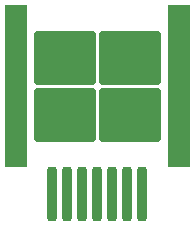
<source format=gbr>
%TF.GenerationSoftware,KiCad,Pcbnew,7.0.9*%
%TF.CreationDate,2023-11-14T16:22:47-06:00*%
%TF.ProjectId,to263-prototype,746f3236-332d-4707-926f-746f74797065,rev?*%
%TF.SameCoordinates,Original*%
%TF.FileFunction,Paste,Top*%
%TF.FilePolarity,Positive*%
%FSLAX46Y46*%
G04 Gerber Fmt 4.6, Leading zero omitted, Abs format (unit mm)*
G04 Created by KiCad (PCBNEW 7.0.9) date 2023-11-14 16:22:47*
%MOMM*%
%LPD*%
G01*
G04 APERTURE LIST*
G04 Aperture macros list*
%AMRoundRect*
0 Rectangle with rounded corners*
0 $1 Rounding radius*
0 $2 $3 $4 $5 $6 $7 $8 $9 X,Y pos of 4 corners*
0 Add a 4 corners polygon primitive as box body*
4,1,4,$2,$3,$4,$5,$6,$7,$8,$9,$2,$3,0*
0 Add four circle primitives for the rounded corners*
1,1,$1+$1,$2,$3*
1,1,$1+$1,$4,$5*
1,1,$1+$1,$6,$7*
1,1,$1+$1,$8,$9*
0 Add four rect primitives between the rounded corners*
20,1,$1+$1,$2,$3,$4,$5,0*
20,1,$1+$1,$4,$5,$6,$7,0*
20,1,$1+$1,$6,$7,$8,$9,0*
20,1,$1+$1,$8,$9,$2,$3,0*%
G04 Aperture macros list end*
%ADD10R,1.850000X13.700000*%
%ADD11RoundRect,0.200000X0.200000X-2.100000X0.200000X2.100000X-0.200000X2.100000X-0.200000X-2.100000X0*%
%ADD12RoundRect,0.250000X2.375000X-2.025000X2.375000X2.025000X-2.375000X2.025000X-2.375000X-2.025000X0*%
G04 APERTURE END LIST*
D10*
%TO.C,HS1*%
X81980000Y-76200000D03*
X95820000Y-76200000D03*
%TD*%
D11*
%TO.C,U1*%
X85090000Y-85350000D03*
X86360000Y-85350000D03*
X87630000Y-85350000D03*
X88900000Y-85350000D03*
D12*
X86125000Y-78625000D03*
X91675000Y-78625000D03*
X86125000Y-73775000D03*
X91675000Y-73775000D03*
D11*
X90170000Y-85350000D03*
X91440000Y-85350000D03*
X92710000Y-85350000D03*
%TD*%
M02*

</source>
